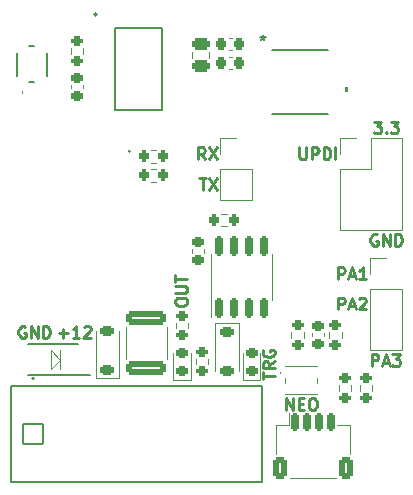
<source format=gto>
G04 #@! TF.GenerationSoftware,KiCad,Pcbnew,8.0.8*
G04 #@! TF.CreationDate,2025-03-05T20:48:14-06:00*
G04 #@! TF.ProjectId,Incipit11,496e6369-7069-4743-9131-2e6b69636164,A*
G04 #@! TF.SameCoordinates,Original*
G04 #@! TF.FileFunction,Legend,Top*
G04 #@! TF.FilePolarity,Positive*
%FSLAX46Y46*%
G04 Gerber Fmt 4.6, Leading zero omitted, Abs format (unit mm)*
G04 Created by KiCad (PCBNEW 8.0.8) date 2025-03-05 20:48:14*
%MOMM*%
%LPD*%
G01*
G04 APERTURE LIST*
G04 Aperture macros list*
%AMRoundRect*
0 Rectangle with rounded corners*
0 $1 Rounding radius*
0 $2 $3 $4 $5 $6 $7 $8 $9 X,Y pos of 4 corners*
0 Add a 4 corners polygon primitive as box body*
4,1,4,$2,$3,$4,$5,$6,$7,$8,$9,$2,$3,0*
0 Add four circle primitives for the rounded corners*
1,1,$1+$1,$2,$3*
1,1,$1+$1,$4,$5*
1,1,$1+$1,$6,$7*
1,1,$1+$1,$8,$9*
0 Add four rect primitives between the rounded corners*
20,1,$1+$1,$2,$3,$4,$5,0*
20,1,$1+$1,$4,$5,$6,$7,0*
20,1,$1+$1,$6,$7,$8,$9,0*
20,1,$1+$1,$8,$9,$2,$3,0*%
G04 Aperture macros list end*
%ADD10C,0.250000*%
%ADD11C,0.150000*%
%ADD12C,0.127000*%
%ADD13C,0.200000*%
%ADD14C,0.120000*%
%ADD15C,0.100000*%
%ADD16C,0.152400*%
%ADD17C,0.000000*%
%ADD18RoundRect,0.102000X-0.825000X-0.825000X0.825000X-0.825000X0.825000X0.825000X-0.825000X0.825000X0*%
%ADD19C,1.854000*%
%ADD20RoundRect,0.225000X-0.375000X0.225000X-0.375000X-0.225000X0.375000X-0.225000X0.375000X0.225000X0*%
%ADD21R,1.600000X1.900000*%
%ADD22RoundRect,0.200000X-0.275000X0.200000X-0.275000X-0.200000X0.275000X-0.200000X0.275000X0.200000X0*%
%ADD23RoundRect,0.200000X0.200000X0.275000X-0.200000X0.275000X-0.200000X-0.275000X0.200000X-0.275000X0*%
%ADD24RoundRect,0.250000X-1.450000X0.312500X-1.450000X-0.312500X1.450000X-0.312500X1.450000X0.312500X0*%
%ADD25R,1.400000X3.000000*%
%ADD26R,6.000000X6.500000*%
%ADD27RoundRect,0.225000X-0.250000X0.225000X-0.250000X-0.225000X0.250000X-0.225000X0.250000X0.225000X0*%
%ADD28RoundRect,0.200000X0.275000X-0.200000X0.275000X0.200000X-0.275000X0.200000X-0.275000X-0.200000X0*%
%ADD29RoundRect,0.225000X-0.225000X-0.250000X0.225000X-0.250000X0.225000X0.250000X-0.225000X0.250000X0*%
%ADD30RoundRect,0.225000X0.250000X-0.225000X0.250000X0.225000X-0.250000X0.225000X-0.250000X-0.225000X0*%
%ADD31R,0.650000X0.650000*%
%ADD32RoundRect,0.250000X0.475000X-0.250000X0.475000X0.250000X-0.475000X0.250000X-0.475000X-0.250000X0*%
%ADD33RoundRect,0.150000X0.150000X-0.675000X0.150000X0.675000X-0.150000X0.675000X-0.150000X-0.675000X0*%
%ADD34R,1.473200X0.889000*%
%ADD35R,1.473200X3.149600*%
%ADD36R,1.700000X1.700000*%
%ADD37O,1.700000X1.700000*%
%ADD38RoundRect,0.218750X0.256250X-0.218750X0.256250X0.218750X-0.256250X0.218750X-0.256250X-0.218750X0*%
%ADD39RoundRect,0.150000X-0.150000X-0.625000X0.150000X-0.625000X0.150000X0.625000X-0.150000X0.625000X0*%
%ADD40RoundRect,0.250000X-0.350000X-0.650000X0.350000X-0.650000X0.350000X0.650000X-0.350000X0.650000X0*%
%ADD41R,1.308100X0.355600*%
%ADD42R,1.000000X0.600000*%
%ADD43RoundRect,0.225000X0.375000X-0.225000X0.375000X0.225000X-0.375000X0.225000X-0.375000X-0.225000X0*%
G04 APERTURE END LIST*
D10*
X98238095Y-102949619D02*
X98238095Y-101949619D01*
X98238095Y-101949619D02*
X98809523Y-102949619D01*
X98809523Y-102949619D02*
X98809523Y-101949619D01*
X99285714Y-102425809D02*
X99619047Y-102425809D01*
X99761904Y-102949619D02*
X99285714Y-102949619D01*
X99285714Y-102949619D02*
X99285714Y-101949619D01*
X99285714Y-101949619D02*
X99761904Y-101949619D01*
X100380952Y-101949619D02*
X100571428Y-101949619D01*
X100571428Y-101949619D02*
X100666666Y-101997238D01*
X100666666Y-101997238D02*
X100761904Y-102092476D01*
X100761904Y-102092476D02*
X100809523Y-102282952D01*
X100809523Y-102282952D02*
X100809523Y-102616285D01*
X100809523Y-102616285D02*
X100761904Y-102806761D01*
X100761904Y-102806761D02*
X100666666Y-102902000D01*
X100666666Y-102902000D02*
X100571428Y-102949619D01*
X100571428Y-102949619D02*
X100380952Y-102949619D01*
X100380952Y-102949619D02*
X100285714Y-102902000D01*
X100285714Y-102902000D02*
X100190476Y-102806761D01*
X100190476Y-102806761D02*
X100142857Y-102616285D01*
X100142857Y-102616285D02*
X100142857Y-102282952D01*
X100142857Y-102282952D02*
X100190476Y-102092476D01*
X100190476Y-102092476D02*
X100285714Y-101997238D01*
X100285714Y-101997238D02*
X100380952Y-101949619D01*
X78966667Y-96468666D02*
X79728572Y-96468666D01*
X79347619Y-96849619D02*
X79347619Y-96087714D01*
X80728571Y-96849619D02*
X80157143Y-96849619D01*
X80442857Y-96849619D02*
X80442857Y-95849619D01*
X80442857Y-95849619D02*
X80347619Y-95992476D01*
X80347619Y-95992476D02*
X80252381Y-96087714D01*
X80252381Y-96087714D02*
X80157143Y-96135333D01*
X81109524Y-95944857D02*
X81157143Y-95897238D01*
X81157143Y-95897238D02*
X81252381Y-95849619D01*
X81252381Y-95849619D02*
X81490476Y-95849619D01*
X81490476Y-95849619D02*
X81585714Y-95897238D01*
X81585714Y-95897238D02*
X81633333Y-95944857D01*
X81633333Y-95944857D02*
X81680952Y-96040095D01*
X81680952Y-96040095D02*
X81680952Y-96135333D01*
X81680952Y-96135333D02*
X81633333Y-96278190D01*
X81633333Y-96278190D02*
X81061905Y-96849619D01*
X81061905Y-96849619D02*
X81680952Y-96849619D01*
X91342669Y-81729619D02*
X91009336Y-81253428D01*
X90771241Y-81729619D02*
X90771241Y-80729619D01*
X90771241Y-80729619D02*
X91152193Y-80729619D01*
X91152193Y-80729619D02*
X91247431Y-80777238D01*
X91247431Y-80777238D02*
X91295050Y-80824857D01*
X91295050Y-80824857D02*
X91342669Y-80920095D01*
X91342669Y-80920095D02*
X91342669Y-81062952D01*
X91342669Y-81062952D02*
X91295050Y-81158190D01*
X91295050Y-81158190D02*
X91247431Y-81205809D01*
X91247431Y-81205809D02*
X91152193Y-81253428D01*
X91152193Y-81253428D02*
X90771241Y-81253428D01*
X91676003Y-80729619D02*
X92342669Y-81729619D01*
X92342669Y-80729619D02*
X91676003Y-81729619D01*
X102614098Y-94449619D02*
X102614098Y-93449619D01*
X102614098Y-93449619D02*
X102995050Y-93449619D01*
X102995050Y-93449619D02*
X103090288Y-93497238D01*
X103090288Y-93497238D02*
X103137907Y-93544857D01*
X103137907Y-93544857D02*
X103185526Y-93640095D01*
X103185526Y-93640095D02*
X103185526Y-93782952D01*
X103185526Y-93782952D02*
X103137907Y-93878190D01*
X103137907Y-93878190D02*
X103090288Y-93925809D01*
X103090288Y-93925809D02*
X102995050Y-93973428D01*
X102995050Y-93973428D02*
X102614098Y-93973428D01*
X103566479Y-94163904D02*
X104042669Y-94163904D01*
X103471241Y-94449619D02*
X103804574Y-93449619D01*
X103804574Y-93449619D02*
X104137907Y-94449619D01*
X104423622Y-93544857D02*
X104471241Y-93497238D01*
X104471241Y-93497238D02*
X104566479Y-93449619D01*
X104566479Y-93449619D02*
X104804574Y-93449619D01*
X104804574Y-93449619D02*
X104899812Y-93497238D01*
X104899812Y-93497238D02*
X104947431Y-93544857D01*
X104947431Y-93544857D02*
X104995050Y-93640095D01*
X104995050Y-93640095D02*
X104995050Y-93735333D01*
X104995050Y-93735333D02*
X104947431Y-93878190D01*
X104947431Y-93878190D02*
X104376003Y-94449619D01*
X104376003Y-94449619D02*
X104995050Y-94449619D01*
X105938095Y-88097238D02*
X105842857Y-88049619D01*
X105842857Y-88049619D02*
X105700000Y-88049619D01*
X105700000Y-88049619D02*
X105557143Y-88097238D01*
X105557143Y-88097238D02*
X105461905Y-88192476D01*
X105461905Y-88192476D02*
X105414286Y-88287714D01*
X105414286Y-88287714D02*
X105366667Y-88478190D01*
X105366667Y-88478190D02*
X105366667Y-88621047D01*
X105366667Y-88621047D02*
X105414286Y-88811523D01*
X105414286Y-88811523D02*
X105461905Y-88906761D01*
X105461905Y-88906761D02*
X105557143Y-89002000D01*
X105557143Y-89002000D02*
X105700000Y-89049619D01*
X105700000Y-89049619D02*
X105795238Y-89049619D01*
X105795238Y-89049619D02*
X105938095Y-89002000D01*
X105938095Y-89002000D02*
X105985714Y-88954380D01*
X105985714Y-88954380D02*
X105985714Y-88621047D01*
X105985714Y-88621047D02*
X105795238Y-88621047D01*
X106414286Y-89049619D02*
X106414286Y-88049619D01*
X106414286Y-88049619D02*
X106985714Y-89049619D01*
X106985714Y-89049619D02*
X106985714Y-88049619D01*
X107461905Y-89049619D02*
X107461905Y-88049619D01*
X107461905Y-88049619D02*
X107700000Y-88049619D01*
X107700000Y-88049619D02*
X107842857Y-88097238D01*
X107842857Y-88097238D02*
X107938095Y-88192476D01*
X107938095Y-88192476D02*
X107985714Y-88287714D01*
X107985714Y-88287714D02*
X108033333Y-88478190D01*
X108033333Y-88478190D02*
X108033333Y-88621047D01*
X108033333Y-88621047D02*
X107985714Y-88811523D01*
X107985714Y-88811523D02*
X107938095Y-88906761D01*
X107938095Y-88906761D02*
X107842857Y-89002000D01*
X107842857Y-89002000D02*
X107700000Y-89049619D01*
X107700000Y-89049619D02*
X107461905Y-89049619D01*
X105652381Y-78549619D02*
X106271428Y-78549619D01*
X106271428Y-78549619D02*
X105938095Y-78930571D01*
X105938095Y-78930571D02*
X106080952Y-78930571D01*
X106080952Y-78930571D02*
X106176190Y-78978190D01*
X106176190Y-78978190D02*
X106223809Y-79025809D01*
X106223809Y-79025809D02*
X106271428Y-79121047D01*
X106271428Y-79121047D02*
X106271428Y-79359142D01*
X106271428Y-79359142D02*
X106223809Y-79454380D01*
X106223809Y-79454380D02*
X106176190Y-79502000D01*
X106176190Y-79502000D02*
X106080952Y-79549619D01*
X106080952Y-79549619D02*
X105795238Y-79549619D01*
X105795238Y-79549619D02*
X105700000Y-79502000D01*
X105700000Y-79502000D02*
X105652381Y-79454380D01*
X106700000Y-79454380D02*
X106747619Y-79502000D01*
X106747619Y-79502000D02*
X106700000Y-79549619D01*
X106700000Y-79549619D02*
X106652381Y-79502000D01*
X106652381Y-79502000D02*
X106700000Y-79454380D01*
X106700000Y-79454380D02*
X106700000Y-79549619D01*
X107080952Y-78549619D02*
X107699999Y-78549619D01*
X107699999Y-78549619D02*
X107366666Y-78930571D01*
X107366666Y-78930571D02*
X107509523Y-78930571D01*
X107509523Y-78930571D02*
X107604761Y-78978190D01*
X107604761Y-78978190D02*
X107652380Y-79025809D01*
X107652380Y-79025809D02*
X107699999Y-79121047D01*
X107699999Y-79121047D02*
X107699999Y-79359142D01*
X107699999Y-79359142D02*
X107652380Y-79454380D01*
X107652380Y-79454380D02*
X107604761Y-79502000D01*
X107604761Y-79502000D02*
X107509523Y-79549619D01*
X107509523Y-79549619D02*
X107223809Y-79549619D01*
X107223809Y-79549619D02*
X107128571Y-79502000D01*
X107128571Y-79502000D02*
X107080952Y-79454380D01*
X88849619Y-93893044D02*
X88849619Y-93702568D01*
X88849619Y-93702568D02*
X88897238Y-93607330D01*
X88897238Y-93607330D02*
X88992476Y-93512092D01*
X88992476Y-93512092D02*
X89182952Y-93464473D01*
X89182952Y-93464473D02*
X89516285Y-93464473D01*
X89516285Y-93464473D02*
X89706761Y-93512092D01*
X89706761Y-93512092D02*
X89802000Y-93607330D01*
X89802000Y-93607330D02*
X89849619Y-93702568D01*
X89849619Y-93702568D02*
X89849619Y-93893044D01*
X89849619Y-93893044D02*
X89802000Y-93988282D01*
X89802000Y-93988282D02*
X89706761Y-94083520D01*
X89706761Y-94083520D02*
X89516285Y-94131139D01*
X89516285Y-94131139D02*
X89182952Y-94131139D01*
X89182952Y-94131139D02*
X88992476Y-94083520D01*
X88992476Y-94083520D02*
X88897238Y-93988282D01*
X88897238Y-93988282D02*
X88849619Y-93893044D01*
X88849619Y-93035901D02*
X89659142Y-93035901D01*
X89659142Y-93035901D02*
X89754380Y-92988282D01*
X89754380Y-92988282D02*
X89802000Y-92940663D01*
X89802000Y-92940663D02*
X89849619Y-92845425D01*
X89849619Y-92845425D02*
X89849619Y-92654949D01*
X89849619Y-92654949D02*
X89802000Y-92559711D01*
X89802000Y-92559711D02*
X89754380Y-92512092D01*
X89754380Y-92512092D02*
X89659142Y-92464473D01*
X89659142Y-92464473D02*
X88849619Y-92464473D01*
X88849619Y-92131139D02*
X88849619Y-91559711D01*
X89849619Y-91845425D02*
X88849619Y-91845425D01*
X76138095Y-95897238D02*
X76042857Y-95849619D01*
X76042857Y-95849619D02*
X75900000Y-95849619D01*
X75900000Y-95849619D02*
X75757143Y-95897238D01*
X75757143Y-95897238D02*
X75661905Y-95992476D01*
X75661905Y-95992476D02*
X75614286Y-96087714D01*
X75614286Y-96087714D02*
X75566667Y-96278190D01*
X75566667Y-96278190D02*
X75566667Y-96421047D01*
X75566667Y-96421047D02*
X75614286Y-96611523D01*
X75614286Y-96611523D02*
X75661905Y-96706761D01*
X75661905Y-96706761D02*
X75757143Y-96802000D01*
X75757143Y-96802000D02*
X75900000Y-96849619D01*
X75900000Y-96849619D02*
X75995238Y-96849619D01*
X75995238Y-96849619D02*
X76138095Y-96802000D01*
X76138095Y-96802000D02*
X76185714Y-96754380D01*
X76185714Y-96754380D02*
X76185714Y-96421047D01*
X76185714Y-96421047D02*
X75995238Y-96421047D01*
X76614286Y-96849619D02*
X76614286Y-95849619D01*
X76614286Y-95849619D02*
X77185714Y-96849619D01*
X77185714Y-96849619D02*
X77185714Y-95849619D01*
X77661905Y-96849619D02*
X77661905Y-95849619D01*
X77661905Y-95849619D02*
X77900000Y-95849619D01*
X77900000Y-95849619D02*
X78042857Y-95897238D01*
X78042857Y-95897238D02*
X78138095Y-95992476D01*
X78138095Y-95992476D02*
X78185714Y-96087714D01*
X78185714Y-96087714D02*
X78233333Y-96278190D01*
X78233333Y-96278190D02*
X78233333Y-96421047D01*
X78233333Y-96421047D02*
X78185714Y-96611523D01*
X78185714Y-96611523D02*
X78138095Y-96706761D01*
X78138095Y-96706761D02*
X78042857Y-96802000D01*
X78042857Y-96802000D02*
X77900000Y-96849619D01*
X77900000Y-96849619D02*
X77661905Y-96849619D01*
X105464098Y-99249619D02*
X105464098Y-98249619D01*
X105464098Y-98249619D02*
X105845050Y-98249619D01*
X105845050Y-98249619D02*
X105940288Y-98297238D01*
X105940288Y-98297238D02*
X105987907Y-98344857D01*
X105987907Y-98344857D02*
X106035526Y-98440095D01*
X106035526Y-98440095D02*
X106035526Y-98582952D01*
X106035526Y-98582952D02*
X105987907Y-98678190D01*
X105987907Y-98678190D02*
X105940288Y-98725809D01*
X105940288Y-98725809D02*
X105845050Y-98773428D01*
X105845050Y-98773428D02*
X105464098Y-98773428D01*
X106416479Y-98963904D02*
X106892669Y-98963904D01*
X106321241Y-99249619D02*
X106654574Y-98249619D01*
X106654574Y-98249619D02*
X106987907Y-99249619D01*
X107226003Y-98249619D02*
X107845050Y-98249619D01*
X107845050Y-98249619D02*
X107511717Y-98630571D01*
X107511717Y-98630571D02*
X107654574Y-98630571D01*
X107654574Y-98630571D02*
X107749812Y-98678190D01*
X107749812Y-98678190D02*
X107797431Y-98725809D01*
X107797431Y-98725809D02*
X107845050Y-98821047D01*
X107845050Y-98821047D02*
X107845050Y-99059142D01*
X107845050Y-99059142D02*
X107797431Y-99154380D01*
X107797431Y-99154380D02*
X107749812Y-99202000D01*
X107749812Y-99202000D02*
X107654574Y-99249619D01*
X107654574Y-99249619D02*
X107368860Y-99249619D01*
X107368860Y-99249619D02*
X107273622Y-99202000D01*
X107273622Y-99202000D02*
X107226003Y-99154380D01*
X96249619Y-100331139D02*
X96249619Y-99759711D01*
X97249619Y-100045425D02*
X96249619Y-100045425D01*
X97249619Y-98854949D02*
X96773428Y-99188282D01*
X97249619Y-99426377D02*
X96249619Y-99426377D01*
X96249619Y-99426377D02*
X96249619Y-99045425D01*
X96249619Y-99045425D02*
X96297238Y-98950187D01*
X96297238Y-98950187D02*
X96344857Y-98902568D01*
X96344857Y-98902568D02*
X96440095Y-98854949D01*
X96440095Y-98854949D02*
X96582952Y-98854949D01*
X96582952Y-98854949D02*
X96678190Y-98902568D01*
X96678190Y-98902568D02*
X96725809Y-98950187D01*
X96725809Y-98950187D02*
X96773428Y-99045425D01*
X96773428Y-99045425D02*
X96773428Y-99426377D01*
X96297238Y-97902568D02*
X96249619Y-97997806D01*
X96249619Y-97997806D02*
X96249619Y-98140663D01*
X96249619Y-98140663D02*
X96297238Y-98283520D01*
X96297238Y-98283520D02*
X96392476Y-98378758D01*
X96392476Y-98378758D02*
X96487714Y-98426377D01*
X96487714Y-98426377D02*
X96678190Y-98473996D01*
X96678190Y-98473996D02*
X96821047Y-98473996D01*
X96821047Y-98473996D02*
X97011523Y-98426377D01*
X97011523Y-98426377D02*
X97106761Y-98378758D01*
X97106761Y-98378758D02*
X97202000Y-98283520D01*
X97202000Y-98283520D02*
X97249619Y-98140663D01*
X97249619Y-98140663D02*
X97249619Y-98045425D01*
X97249619Y-98045425D02*
X97202000Y-97902568D01*
X97202000Y-97902568D02*
X97154380Y-97854949D01*
X97154380Y-97854949D02*
X96821047Y-97854949D01*
X96821047Y-97854949D02*
X96821047Y-98045425D01*
X102614098Y-91889619D02*
X102614098Y-90889619D01*
X102614098Y-90889619D02*
X102995050Y-90889619D01*
X102995050Y-90889619D02*
X103090288Y-90937238D01*
X103090288Y-90937238D02*
X103137907Y-90984857D01*
X103137907Y-90984857D02*
X103185526Y-91080095D01*
X103185526Y-91080095D02*
X103185526Y-91222952D01*
X103185526Y-91222952D02*
X103137907Y-91318190D01*
X103137907Y-91318190D02*
X103090288Y-91365809D01*
X103090288Y-91365809D02*
X102995050Y-91413428D01*
X102995050Y-91413428D02*
X102614098Y-91413428D01*
X103566479Y-91603904D02*
X104042669Y-91603904D01*
X103471241Y-91889619D02*
X103804574Y-90889619D01*
X103804574Y-90889619D02*
X104137907Y-91889619D01*
X104995050Y-91889619D02*
X104423622Y-91889619D01*
X104709336Y-91889619D02*
X104709336Y-90889619D01*
X104709336Y-90889619D02*
X104614098Y-91032476D01*
X104614098Y-91032476D02*
X104518860Y-91127714D01*
X104518860Y-91127714D02*
X104423622Y-91175333D01*
X99359813Y-80729619D02*
X99359813Y-81539142D01*
X99359813Y-81539142D02*
X99407432Y-81634380D01*
X99407432Y-81634380D02*
X99455051Y-81682000D01*
X99455051Y-81682000D02*
X99550289Y-81729619D01*
X99550289Y-81729619D02*
X99740765Y-81729619D01*
X99740765Y-81729619D02*
X99836003Y-81682000D01*
X99836003Y-81682000D02*
X99883622Y-81634380D01*
X99883622Y-81634380D02*
X99931241Y-81539142D01*
X99931241Y-81539142D02*
X99931241Y-80729619D01*
X100407432Y-81729619D02*
X100407432Y-80729619D01*
X100407432Y-80729619D02*
X100788384Y-80729619D01*
X100788384Y-80729619D02*
X100883622Y-80777238D01*
X100883622Y-80777238D02*
X100931241Y-80824857D01*
X100931241Y-80824857D02*
X100978860Y-80920095D01*
X100978860Y-80920095D02*
X100978860Y-81062952D01*
X100978860Y-81062952D02*
X100931241Y-81158190D01*
X100931241Y-81158190D02*
X100883622Y-81205809D01*
X100883622Y-81205809D02*
X100788384Y-81253428D01*
X100788384Y-81253428D02*
X100407432Y-81253428D01*
X101407432Y-81729619D02*
X101407432Y-80729619D01*
X101407432Y-80729619D02*
X101645527Y-80729619D01*
X101645527Y-80729619D02*
X101788384Y-80777238D01*
X101788384Y-80777238D02*
X101883622Y-80872476D01*
X101883622Y-80872476D02*
X101931241Y-80967714D01*
X101931241Y-80967714D02*
X101978860Y-81158190D01*
X101978860Y-81158190D02*
X101978860Y-81301047D01*
X101978860Y-81301047D02*
X101931241Y-81491523D01*
X101931241Y-81491523D02*
X101883622Y-81586761D01*
X101883622Y-81586761D02*
X101788384Y-81682000D01*
X101788384Y-81682000D02*
X101645527Y-81729619D01*
X101645527Y-81729619D02*
X101407432Y-81729619D01*
X102407432Y-81729619D02*
X102407432Y-80729619D01*
X90866479Y-83299619D02*
X91437907Y-83299619D01*
X91152193Y-84299619D02*
X91152193Y-83299619D01*
X91676003Y-83299619D02*
X92342669Y-84299619D01*
X92342669Y-83299619D02*
X91676003Y-84299619D01*
D11*
X96244050Y-71206219D02*
X96244050Y-71444314D01*
X96005955Y-71349076D02*
X96244050Y-71444314D01*
X96244050Y-71444314D02*
X96482145Y-71349076D01*
X96101193Y-71634790D02*
X96244050Y-71444314D01*
X96244050Y-71444314D02*
X96386907Y-71634790D01*
X96244050Y-71206219D02*
X96244050Y-71444314D01*
X96005955Y-71349076D02*
X96244050Y-71444314D01*
X96244050Y-71444314D02*
X96482145Y-71349076D01*
X96101193Y-71634790D02*
X96244050Y-71444314D01*
X96244050Y-71444314D02*
X96386907Y-71634790D01*
D12*
X74900000Y-100900000D02*
X96200000Y-100900000D01*
X74900000Y-109100000D02*
X74900000Y-100900000D01*
X96200000Y-100900000D02*
X96200000Y-109100000D01*
X96200000Y-109100000D02*
X74900000Y-109100000D01*
D13*
X76900000Y-100300000D02*
G75*
G02*
X76700000Y-100300000I-100000J0D01*
G01*
X76700000Y-100300000D02*
G75*
G02*
X76900000Y-100300000I100000J0D01*
G01*
D14*
X92200000Y-95640000D02*
X92200000Y-99650000D01*
X94200000Y-95640000D02*
X92200000Y-95640000D01*
X94200000Y-95640000D02*
X94200000Y-99650000D01*
D15*
X78295000Y-99500000D02*
X78295000Y-97900000D01*
X78295000Y-99500000D02*
X79095000Y-98700000D01*
X79095000Y-98700000D02*
X78295000Y-97900000D01*
X79095000Y-98700000D02*
X78295000Y-99500000D01*
X79095000Y-98700000D02*
X79095000Y-97900000D01*
X79095000Y-98700000D02*
X79095000Y-99500000D01*
D13*
X80595000Y-97400000D02*
X76395000Y-97400000D01*
X81655000Y-100000000D02*
X76395000Y-100000000D01*
D14*
X102677500Y-100862742D02*
X102677500Y-101337258D01*
X103722500Y-100862742D02*
X103722500Y-101337258D01*
X98677500Y-96362742D02*
X98677500Y-96837258D01*
X99722500Y-96362742D02*
X99722500Y-96837258D01*
X87237258Y-80977500D02*
X86762742Y-80977500D01*
X87237258Y-82022500D02*
X86762742Y-82022500D01*
X93207258Y-86377500D02*
X92732742Y-86377500D01*
X93207258Y-87422500D02*
X92732742Y-87422500D01*
X84690000Y-95913748D02*
X84690000Y-98686252D01*
X88110000Y-95913748D02*
X88110000Y-98686252D01*
X79977500Y-72337742D02*
X79977500Y-72812258D01*
X81022500Y-72337742D02*
X81022500Y-72812258D01*
X87237258Y-82577500D02*
X86762742Y-82577500D01*
X87237258Y-83622500D02*
X86762742Y-83622500D01*
D12*
X85013500Y-81050000D02*
G75*
G02*
X84886500Y-81050000I-63500J0D01*
G01*
X84886500Y-81050000D02*
G75*
G02*
X85013500Y-81050000I63500J0D01*
G01*
D14*
X90260000Y-89359420D02*
X90260000Y-89640580D01*
X91280000Y-89359420D02*
X91280000Y-89640580D01*
X101877500Y-96837258D02*
X101877500Y-96362742D01*
X102922500Y-96837258D02*
X102922500Y-96362742D01*
X93359420Y-71490000D02*
X93640580Y-71490000D01*
X93359420Y-72510000D02*
X93640580Y-72510000D01*
X100390000Y-96740580D02*
X100390000Y-96459420D01*
X101410000Y-96740580D02*
X101410000Y-96459420D01*
D13*
X75400000Y-74700000D02*
X75400000Y-72700000D01*
D15*
X75875000Y-76000000D02*
X75875000Y-76000000D01*
X75875000Y-76100000D02*
X75875000Y-76100000D01*
D13*
X76500000Y-72175000D02*
X76900000Y-72175000D01*
X76500000Y-75225000D02*
X76900000Y-75225000D01*
X78000000Y-74700000D02*
X78000000Y-72700000D01*
D15*
X75875000Y-76000000D02*
G75*
G02*
X75875000Y-76100000I0J-50000D01*
G01*
X75875000Y-76100000D02*
G75*
G02*
X75875000Y-76000000I0J50000D01*
G01*
D14*
X90265000Y-73161252D02*
X90265000Y-72638748D01*
X91735000Y-73161252D02*
X91735000Y-72638748D01*
X91875000Y-91675000D02*
X91875000Y-89725000D01*
X91875000Y-91675000D02*
X91875000Y-95125000D01*
X96995000Y-91675000D02*
X96995000Y-89725000D01*
X96995000Y-91675000D02*
X96995000Y-93625000D01*
X104477500Y-100862742D02*
X104477500Y-101337258D01*
X105522500Y-100862742D02*
X105522500Y-101337258D01*
X93359420Y-73090000D02*
X93640580Y-73090000D01*
X93359420Y-74110000D02*
X93640580Y-74110000D01*
D16*
X83718800Y-70620200D02*
X83718800Y-77579800D01*
X83718800Y-77579800D02*
X87681200Y-77579800D01*
X87681200Y-70620200D02*
X83718800Y-70620200D01*
X87681200Y-77579800D02*
X87681200Y-70620200D01*
X82182100Y-69477200D02*
G75*
G02*
X81928100Y-69477200I-127000J0D01*
G01*
X81928100Y-69477200D02*
G75*
G02*
X82182100Y-69477200I127000J0D01*
G01*
D14*
X92650000Y-79950000D02*
X93980000Y-79950000D01*
X92650000Y-81280000D02*
X92650000Y-79950000D01*
X92650000Y-82550000D02*
X92650000Y-85150000D01*
X92650000Y-82550000D02*
X95310000Y-82550000D01*
X92650000Y-85150000D02*
X95310000Y-85150000D01*
X95310000Y-82550000D02*
X95310000Y-85150000D01*
X79990000Y-75740580D02*
X79990000Y-75459420D01*
X81010000Y-75740580D02*
X81010000Y-75459420D01*
X94565000Y-98112500D02*
X94565000Y-100397500D01*
X94565000Y-100397500D02*
X96035000Y-100397500D01*
X96035000Y-100397500D02*
X96035000Y-98112500D01*
X88665000Y-98112500D02*
X88665000Y-100397500D01*
X88665000Y-100397500D02*
X90135000Y-100397500D01*
X90135000Y-100397500D02*
X90135000Y-98112500D01*
X105350000Y-90110000D02*
X106680000Y-90110000D01*
X105350000Y-91440000D02*
X105350000Y-90110000D01*
X105350000Y-92710000D02*
X105350000Y-97850000D01*
X105350000Y-92710000D02*
X108010000Y-92710000D01*
X105350000Y-97850000D02*
X108010000Y-97850000D01*
X108010000Y-92710000D02*
X108010000Y-97850000D01*
X88877500Y-95562742D02*
X88877500Y-96037258D01*
X89922500Y-95562742D02*
X89922500Y-96037258D01*
X97390000Y-104215000D02*
X98440000Y-104215000D01*
X97390000Y-106715000D02*
X97390000Y-104215000D01*
X98440000Y-104215000D02*
X98440000Y-103225000D01*
X98560000Y-108685000D02*
X102440000Y-108685000D01*
X103610000Y-104215000D02*
X102560000Y-104215000D01*
X103610000Y-106715000D02*
X103610000Y-104215000D01*
X90577500Y-98637742D02*
X90577500Y-99112258D01*
X91622500Y-98637742D02*
X91622500Y-99112258D01*
D16*
X97025100Y-77879700D02*
X101774900Y-77879700D01*
X101774900Y-72520300D02*
X97025100Y-72520300D01*
D17*
G36*
X103464000Y-76040499D02*
G01*
X103210000Y-76040499D01*
X103210000Y-75659499D01*
X103464000Y-75659499D01*
X103464000Y-76040499D01*
G37*
D15*
X97700000Y-99750000D02*
X97700000Y-99750000D01*
X97700000Y-99850000D02*
X97700000Y-99850000D01*
X98150000Y-100650000D02*
X98150000Y-100250000D01*
X100850000Y-99250000D02*
X98150000Y-99250000D01*
X100850000Y-100650000D02*
X100850000Y-100250000D01*
X100850000Y-101650000D02*
X98150000Y-101650000D01*
X97700000Y-99750000D02*
G75*
G02*
X97700000Y-99850000I0J-50000D01*
G01*
X97700000Y-99850000D02*
G75*
G02*
X97700000Y-99750000I0J50000D01*
G01*
D14*
X82100000Y-100260000D02*
X82100000Y-96250000D01*
X82100000Y-100260000D02*
X84100000Y-100260000D01*
X84100000Y-100260000D02*
X84100000Y-96250000D01*
X102810000Y-79950000D02*
X104140000Y-79950000D01*
X102810000Y-81280000D02*
X102810000Y-79950000D01*
X102810000Y-82550000D02*
X102810000Y-87690000D01*
X102810000Y-82550000D02*
X105410000Y-82550000D01*
X102810000Y-87690000D02*
X108010000Y-87690000D01*
X105410000Y-79950000D02*
X108010000Y-79950000D01*
X105410000Y-82550000D02*
X105410000Y-79950000D01*
X108010000Y-79950000D02*
X108010000Y-87690000D01*
%LPC*%
D18*
X76800000Y-105000000D03*
D19*
X80300000Y-105000000D03*
X83800000Y-105000000D03*
X87300000Y-105000000D03*
X90800000Y-105000000D03*
X94300000Y-105000000D03*
D20*
X93200000Y-96350000D03*
X93200000Y-99650000D03*
D21*
X80645000Y-98700000D03*
X76345000Y-98700000D03*
D22*
X103200000Y-100275000D03*
X103200000Y-101925000D03*
X99200000Y-95775000D03*
X99200000Y-97425000D03*
D23*
X87825000Y-81500000D03*
X86175000Y-81500000D03*
X93795000Y-86900000D03*
X92145000Y-86900000D03*
D24*
X86400000Y-95162500D03*
X86400000Y-99437500D03*
D22*
X80500000Y-71750000D03*
X80500000Y-73400000D03*
D23*
X87825000Y-83100000D03*
X86175000Y-83100000D03*
D25*
X83900000Y-82550000D03*
X79300000Y-82550000D03*
D26*
X81600000Y-88800000D03*
D27*
X90770000Y-88725000D03*
X90770000Y-90275000D03*
D28*
X102400000Y-97425000D03*
X102400000Y-95775000D03*
D29*
X92725000Y-72000000D03*
X94275000Y-72000000D03*
D30*
X100900000Y-97375000D03*
X100900000Y-95825000D03*
D31*
X75875000Y-75275000D03*
X75875000Y-72125000D03*
X77525000Y-75275000D03*
X77525000Y-72125000D03*
D32*
X91000000Y-73850000D03*
X91000000Y-71950000D03*
D33*
X92530000Y-94300000D03*
X93800000Y-94300000D03*
X95070000Y-94300000D03*
X96340000Y-94300000D03*
X96340000Y-89050000D03*
X95070000Y-89050000D03*
X93800000Y-89050000D03*
X92530000Y-89050000D03*
D22*
X105000000Y-100275000D03*
X105000000Y-101925000D03*
D29*
X92725000Y-73600000D03*
X94275000Y-73600000D03*
D34*
X82436100Y-71788600D03*
X82436100Y-74100000D03*
X82436100Y-76411400D03*
D35*
X88963900Y-74100000D03*
D36*
X93980000Y-81280000D03*
D37*
X93980000Y-83820000D03*
D30*
X80500000Y-76375000D03*
X80500000Y-74825000D03*
D38*
X95300000Y-99700000D03*
X95300000Y-98125000D03*
X89400000Y-99700000D03*
X89400000Y-98125000D03*
D36*
X106680000Y-91440000D03*
D37*
X106680000Y-93980000D03*
X106680000Y-96520000D03*
D22*
X89400000Y-94975000D03*
X89400000Y-96625000D03*
D39*
X99000000Y-104000000D03*
X100000000Y-104000000D03*
X101000000Y-104000000D03*
X102000000Y-104000000D03*
D40*
X97700000Y-107875000D03*
X103300000Y-107875000D03*
D22*
X91100000Y-98050000D03*
X91100000Y-99700000D03*
D41*
X96498050Y-73249999D03*
X96498050Y-73900000D03*
X96498050Y-74550001D03*
X96498050Y-75200000D03*
X96498050Y-75849999D03*
X96498050Y-76500000D03*
X96498050Y-77149999D03*
X102301950Y-77150001D03*
X102301950Y-76500000D03*
X102301950Y-75850001D03*
X102301950Y-75200000D03*
X102301950Y-74550001D03*
X102301950Y-73900000D03*
X102301950Y-73250001D03*
D42*
X98400000Y-99800000D03*
X98400000Y-101100000D03*
X100600000Y-101100000D03*
X100600000Y-99800000D03*
D43*
X83100000Y-99550000D03*
X83100000Y-96250000D03*
D36*
X104140000Y-81280000D03*
D37*
X106680000Y-81280000D03*
X104140000Y-83820000D03*
X106680000Y-83820000D03*
X104140000Y-86360000D03*
X106680000Y-86360000D03*
%LPD*%
M02*

</source>
